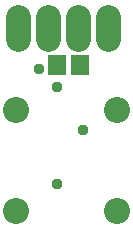
<source format=gbr>
G04 EAGLE Gerber RS-274X export*
G75*
%MOMM*%
%FSLAX34Y34*%
%LPD*%
%INSoldermask Bottom*%
%IPPOS*%
%AMOC8*
5,1,8,0,0,1.08239X$1,22.5*%
G01*
%ADD10C,2.203200*%
%ADD11R,1.503200X1.703200*%
%ADD12C,2.082800*%
%ADD13C,0.959600*%


D10*
X242500Y242500D03*
X157500Y242500D03*
X157500Y157500D03*
X242500Y157500D03*
D11*
X211220Y280832D03*
X192220Y280832D03*
D12*
X159288Y302394D02*
X159288Y321190D01*
X184688Y321190D02*
X184688Y302394D01*
X210088Y302394D02*
X210088Y321190D01*
X235488Y321190D02*
X235488Y302394D01*
D13*
X192024Y262128D03*
X214094Y225552D03*
X192024Y179832D03*
X176784Y277368D03*
M02*

</source>
